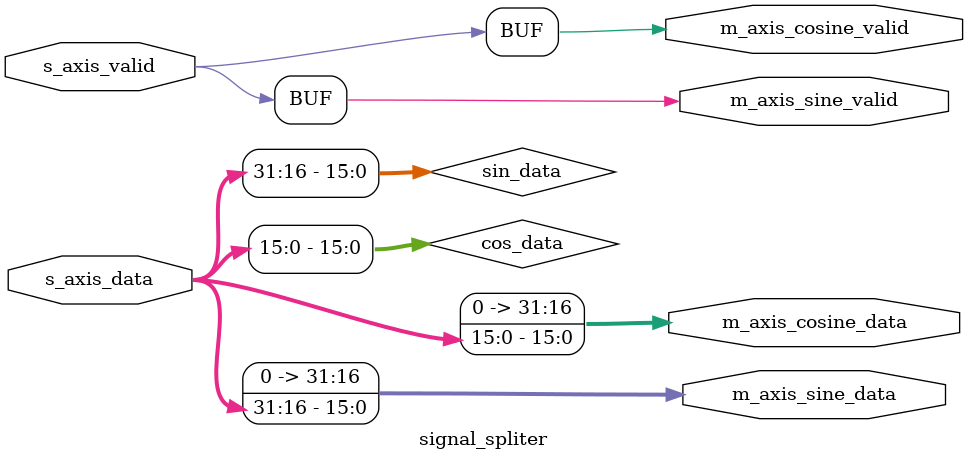
<source format=v>
`timescale 1ns / 1ps


module signal_spliter(s_axis_data, s_axis_valid, m_axis_sine_data, m_axis_sine_valid, m_axis_cosine_data, m_axis_cosine_valid);
input [31:0] s_axis_data; 
input s_axis_valid; 
output [31:0] m_axis_sine_data;
output m_axis_sine_valid;
output [31:0] m_axis_cosine_data;
output m_axis_cosine_valid;

wire [15:0] cos_data = s_axis_data[15:0];
wire [15:0] sin_data = s_axis_data[31:16];

assign m_axis_cosine_data = {{16{1'b0}},cos_data};
assign m_axis_sine_data = {{16{1'b0}},sin_data};

assign m_axis_sine_valid = s_axis_valid;
assign m_axis_cosine_valid = s_axis_valid;

endmodule

</source>
